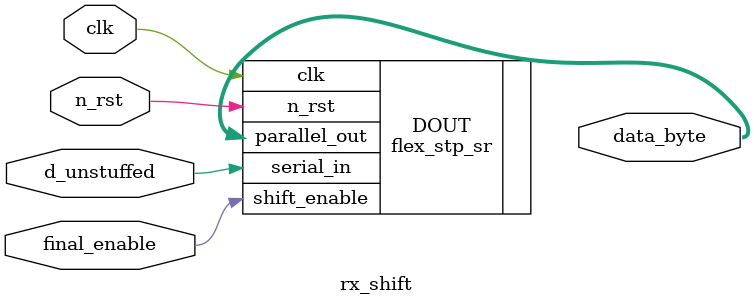
<source format=sv>

module rx_shift
(
input clk, n_rst, d_unstuffed, final_enable,
output reg [7:0] data_byte
);

flex_stp_sr #(8, 0) DOUT (.clk(clk), .n_rst(n_rst), .shift_enable(final_enable), .serial_in(d_unstuffed), .parallel_out(data_byte));

endmodule

</source>
